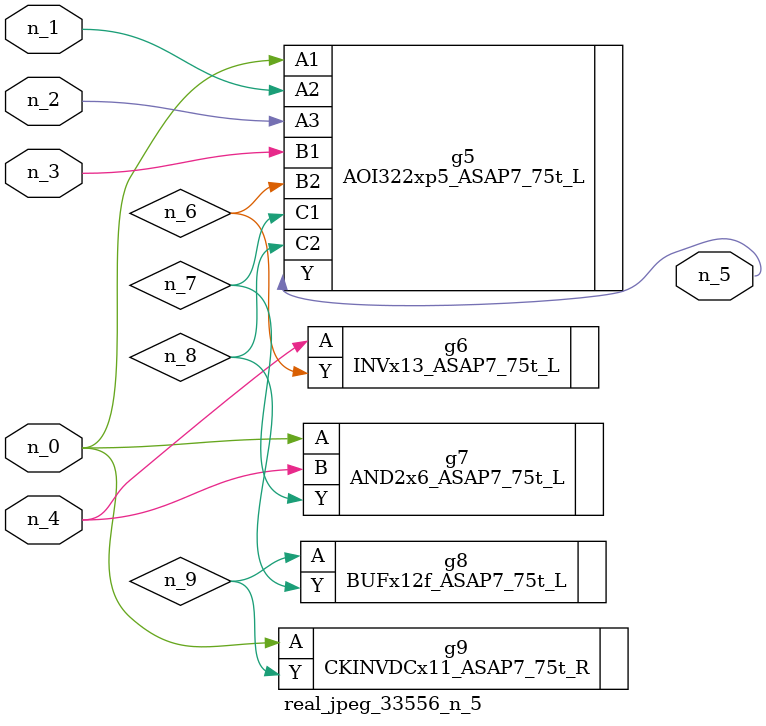
<source format=v>
module real_jpeg_33556_n_5 (n_4, n_0, n_1, n_2, n_3, n_5);

input n_4;
input n_0;
input n_1;
input n_2;
input n_3;

output n_5;

wire n_8;
wire n_6;
wire n_7;
wire n_9;

AOI322xp5_ASAP7_75t_L g5 ( 
.A1(n_0),
.A2(n_1),
.A3(n_2),
.B1(n_3),
.B2(n_6),
.C1(n_7),
.C2(n_8),
.Y(n_5)
);

AND2x6_ASAP7_75t_L g7 ( 
.A(n_0),
.B(n_4),
.Y(n_7)
);

CKINVDCx11_ASAP7_75t_R g9 ( 
.A(n_0),
.Y(n_9)
);

INVx13_ASAP7_75t_L g6 ( 
.A(n_4),
.Y(n_6)
);

BUFx12f_ASAP7_75t_L g8 ( 
.A(n_9),
.Y(n_8)
);


endmodule
</source>
